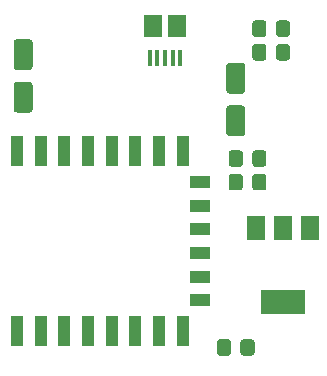
<source format=gbr>
%TF.GenerationSoftware,KiCad,Pcbnew,(5.1.9)-1*%
%TF.CreationDate,2021-04-23T22:48:30+02:00*%
%TF.ProjectId,test,74657374-2e6b-4696-9361-645f70636258,rev?*%
%TF.SameCoordinates,Original*%
%TF.FileFunction,Paste,Top*%
%TF.FilePolarity,Positive*%
%FSLAX46Y46*%
G04 Gerber Fmt 4.6, Leading zero omitted, Abs format (unit mm)*
G04 Created by KiCad (PCBNEW (5.1.9)-1) date 2021-04-23 22:48:30*
%MOMM*%
%LPD*%
G01*
G04 APERTURE LIST*
%ADD10R,1.000000X2.500000*%
%ADD11R,1.800000X1.000000*%
%ADD12R,1.500000X1.900000*%
%ADD13R,0.400000X1.350000*%
%ADD14R,1.500000X2.000000*%
%ADD15R,3.800000X2.000000*%
G04 APERTURE END LIST*
D10*
%TO.C,ESP1*%
X15500000Y-26400000D03*
X17500000Y-26400000D03*
X19500000Y-26400000D03*
X21500000Y-26400000D03*
X23500000Y-26400000D03*
X25500000Y-26400000D03*
X27500000Y-26400000D03*
X29500000Y-26400000D03*
D11*
X31000000Y-29000000D03*
X31000000Y-31000000D03*
X31000000Y-33000000D03*
X31000000Y-35000000D03*
X31000000Y-37000000D03*
X31000000Y-39000000D03*
D10*
X29500000Y-41600000D03*
X27500000Y-41600000D03*
X25500000Y-41600000D03*
X23500000Y-41600000D03*
X21500000Y-41600000D03*
X19500000Y-41600000D03*
X17500000Y-41600000D03*
X15500000Y-41600000D03*
%TD*%
%TO.C,C4.7uF2*%
G36*
G01*
X34550000Y-21500000D02*
X33450000Y-21500000D01*
G75*
G02*
X33200000Y-21250000I0J250000D01*
G01*
X33200000Y-19150000D01*
G75*
G02*
X33450000Y-18900000I250000J0D01*
G01*
X34550000Y-18900000D01*
G75*
G02*
X34800000Y-19150000I0J-250000D01*
G01*
X34800000Y-21250000D01*
G75*
G02*
X34550000Y-21500000I-250000J0D01*
G01*
G37*
G36*
G01*
X34550000Y-25100000D02*
X33450000Y-25100000D01*
G75*
G02*
X33200000Y-24850000I0J250000D01*
G01*
X33200000Y-22750000D01*
G75*
G02*
X33450000Y-22500000I250000J0D01*
G01*
X34550000Y-22500000D01*
G75*
G02*
X34800000Y-22750000I0J-250000D01*
G01*
X34800000Y-24850000D01*
G75*
G02*
X34550000Y-25100000I-250000J0D01*
G01*
G37*
%TD*%
%TO.C,C4.7uF1*%
G36*
G01*
X15450000Y-20500000D02*
X16550000Y-20500000D01*
G75*
G02*
X16800000Y-20750000I0J-250000D01*
G01*
X16800000Y-22850000D01*
G75*
G02*
X16550000Y-23100000I-250000J0D01*
G01*
X15450000Y-23100000D01*
G75*
G02*
X15200000Y-22850000I0J250000D01*
G01*
X15200000Y-20750000D01*
G75*
G02*
X15450000Y-20500000I250000J0D01*
G01*
G37*
G36*
G01*
X15450000Y-16900000D02*
X16550000Y-16900000D01*
G75*
G02*
X16800000Y-17150000I0J-250000D01*
G01*
X16800000Y-19250000D01*
G75*
G02*
X16550000Y-19500000I-250000J0D01*
G01*
X15450000Y-19500000D01*
G75*
G02*
X15200000Y-19250000I0J250000D01*
G01*
X15200000Y-17150000D01*
G75*
G02*
X15450000Y-16900000I250000J0D01*
G01*
G37*
%TD*%
D12*
%TO.C,USB1*%
X29000000Y-15762500D03*
D13*
X28000000Y-18462500D03*
X27350000Y-18462500D03*
X26700000Y-18462500D03*
X29300000Y-18462500D03*
X28650000Y-18462500D03*
D12*
X27000000Y-15762500D03*
%TD*%
%TO.C,R10k4*%
G36*
G01*
X34600000Y-26549999D02*
X34600000Y-27450001D01*
G75*
G02*
X34350001Y-27700000I-249999J0D01*
G01*
X33649999Y-27700000D01*
G75*
G02*
X33400000Y-27450001I0J249999D01*
G01*
X33400000Y-26549999D01*
G75*
G02*
X33649999Y-26300000I249999J0D01*
G01*
X34350001Y-26300000D01*
G75*
G02*
X34600000Y-26549999I0J-249999D01*
G01*
G37*
G36*
G01*
X36600000Y-26549999D02*
X36600000Y-27450001D01*
G75*
G02*
X36350001Y-27700000I-249999J0D01*
G01*
X35649999Y-27700000D01*
G75*
G02*
X35400000Y-27450001I0J249999D01*
G01*
X35400000Y-26549999D01*
G75*
G02*
X35649999Y-26300000I249999J0D01*
G01*
X36350001Y-26300000D01*
G75*
G02*
X36600000Y-26549999I0J-249999D01*
G01*
G37*
%TD*%
%TO.C,R10k3*%
G36*
G01*
X36600000Y-15549999D02*
X36600000Y-16450001D01*
G75*
G02*
X36350001Y-16700000I-249999J0D01*
G01*
X35649999Y-16700000D01*
G75*
G02*
X35400000Y-16450001I0J249999D01*
G01*
X35400000Y-15549999D01*
G75*
G02*
X35649999Y-15300000I249999J0D01*
G01*
X36350001Y-15300000D01*
G75*
G02*
X36600000Y-15549999I0J-249999D01*
G01*
G37*
G36*
G01*
X38600000Y-15549999D02*
X38600000Y-16450001D01*
G75*
G02*
X38350001Y-16700000I-249999J0D01*
G01*
X37649999Y-16700000D01*
G75*
G02*
X37400000Y-16450001I0J249999D01*
G01*
X37400000Y-15549999D01*
G75*
G02*
X37649999Y-15300000I249999J0D01*
G01*
X38350001Y-15300000D01*
G75*
G02*
X38600000Y-15549999I0J-249999D01*
G01*
G37*
%TD*%
%TO.C,R10k2*%
G36*
G01*
X34600000Y-28549999D02*
X34600000Y-29450001D01*
G75*
G02*
X34350001Y-29700000I-249999J0D01*
G01*
X33649999Y-29700000D01*
G75*
G02*
X33400000Y-29450001I0J249999D01*
G01*
X33400000Y-28549999D01*
G75*
G02*
X33649999Y-28300000I249999J0D01*
G01*
X34350001Y-28300000D01*
G75*
G02*
X34600000Y-28549999I0J-249999D01*
G01*
G37*
G36*
G01*
X36600000Y-28549999D02*
X36600000Y-29450001D01*
G75*
G02*
X36350001Y-29700000I-249999J0D01*
G01*
X35649999Y-29700000D01*
G75*
G02*
X35400000Y-29450001I0J249999D01*
G01*
X35400000Y-28549999D01*
G75*
G02*
X35649999Y-28300000I249999J0D01*
G01*
X36350001Y-28300000D01*
G75*
G02*
X36600000Y-28549999I0J-249999D01*
G01*
G37*
%TD*%
%TO.C,R10k1*%
G36*
G01*
X33600000Y-42549999D02*
X33600000Y-43450001D01*
G75*
G02*
X33350001Y-43700000I-249999J0D01*
G01*
X32649999Y-43700000D01*
G75*
G02*
X32400000Y-43450001I0J249999D01*
G01*
X32400000Y-42549999D01*
G75*
G02*
X32649999Y-42300000I249999J0D01*
G01*
X33350001Y-42300000D01*
G75*
G02*
X33600000Y-42549999I0J-249999D01*
G01*
G37*
G36*
G01*
X35600000Y-42549999D02*
X35600000Y-43450001D01*
G75*
G02*
X35350001Y-43700000I-249999J0D01*
G01*
X34649999Y-43700000D01*
G75*
G02*
X34400000Y-43450001I0J249999D01*
G01*
X34400000Y-42549999D01*
G75*
G02*
X34649999Y-42300000I249999J0D01*
G01*
X35350001Y-42300000D01*
G75*
G02*
X35600000Y-42549999I0J-249999D01*
G01*
G37*
%TD*%
%TO.C,R470*%
G36*
G01*
X36600000Y-17549999D02*
X36600000Y-18450001D01*
G75*
G02*
X36350001Y-18700000I-249999J0D01*
G01*
X35649999Y-18700000D01*
G75*
G02*
X35400000Y-18450001I0J249999D01*
G01*
X35400000Y-17549999D01*
G75*
G02*
X35649999Y-17300000I249999J0D01*
G01*
X36350001Y-17300000D01*
G75*
G02*
X36600000Y-17549999I0J-249999D01*
G01*
G37*
G36*
G01*
X38600000Y-17549999D02*
X38600000Y-18450001D01*
G75*
G02*
X38350001Y-18700000I-249999J0D01*
G01*
X37649999Y-18700000D01*
G75*
G02*
X37400000Y-18450001I0J249999D01*
G01*
X37400000Y-17549999D01*
G75*
G02*
X37649999Y-17300000I249999J0D01*
G01*
X38350001Y-17300000D01*
G75*
G02*
X38600000Y-17549999I0J-249999D01*
G01*
G37*
%TD*%
D14*
%TO.C,AMS1117*%
X40300000Y-32850000D03*
X35700000Y-32850000D03*
X38000000Y-32850000D03*
D15*
X38000000Y-39150000D03*
%TD*%
M02*

</source>
